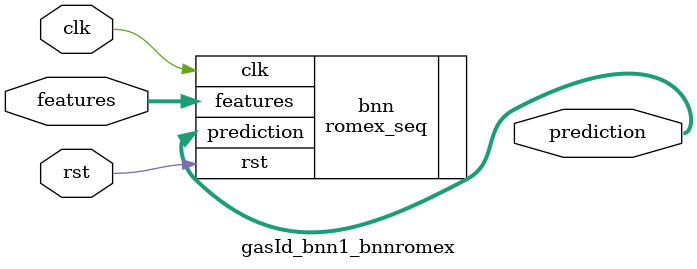
<source format=v>













module gasId_bnn1_bnnromex #(

parameter FEAT_CNT = 128,
parameter HIDDEN_CNT = 40,
parameter FEAT_BITS = 4,
parameter CLASS_CNT = 6,
parameter TEST_CNT = 1000


  ) (
  input clk,
  input rst,
  input [FEAT_CNT*FEAT_BITS-1:0] features,
  output [$clog2(CLASS_CNT)-1:0] prediction
  );

  localparam Weights0 = 5120'b01111111110011111101000001110011011111101111111111000000001000000110100000111101000110100111101000001110100011101110001000010100010110010011101011011101010111111011100011001000000111111110010001011100101111000100111110101100001100111011010111000000010000100001111111011111001110001011000001101110111111111011111111111111000111000101001111110010000010101010101011011000001111111001110100111000001100111101011110011011101010011010011100101111100010100100001011100010000100111101001011011010101000000111000100010001011001100010000100000000110000010000010000010110111111011111110100000000110000111111000011110011100101101100001101011111101001011001100010011100010111111001101011110100111110000110101011000010100111100101111010011111011011001001101010010100110000000110000010010010000000001010000101000011001100110110001101000000100110111010011010000000111100000011001010100001111010100101111111111110001000010100010101100101010000011100000110000001111100000111000110100001000000110000000111110011010001011100110100011111101001101101101001101101110110001101110100101111110001001111111111111101001100111111101100001010110110101111000010111001100111110101111110100000101000011100011100000111010000100100010001100000001000000110001000000110000101011010010111101111101011111001000001100010011000001110000000011111010111010010000001100001101111110101111100011111001100111110111101001100001100011011000110011101110111110110000100100001000000010110001011000010001000011100000011110100011000011000000000010011111000111000011110010101110110111001001010011111110111110000100001011000100110110000111100011111101111110111111100111110001000101010101011111011110010101111111111011111100111000111110000111100100111001101100000100000001011111111111111010100110010101110110001101110000110001011010010001100110111110110000101100000111010100010101001110001000000001010111011001111110111100100001001010110000101100110100001010000101011110011111100111110000111111111001000011000110110001101111011111011100000010111100000011010011010001100101100101010101111111010000000111110000111011010111110011101100110000010100101101001101111111101110111011111110100011100110111001111100100001000000101110011100011011011010010000101000110101010101010111111000001101011111010111011100000010111101001101010110111100100001011110101011110011001001000100000001001100010011001101111000101101000010001000010001000101010100110001011111101111011011100001111011001100000100011000001001110100101101001011110001111100111111011101010111000100000000000111110111111101100100101001001100111101000111100100000101100101100101011011111011100000001110011001011011110111110010001000000000011100110100100111011011110000111111110100111101100010010001000000011000001100110001011001100000111101110011011000000111000100001001111001011111101111101010000101110110101100010100011011100110001010000000001101111111011111101000001000000101010101110001000010111001000011000011111110101001101010100010101001000000000011100000011000001000000100010001110011101110101000010000001000000001000010110001011000110110101001010111011001111111110100111010000000001111000001100010101000000111001010010010110100111011111111001010010100111100000100011011101110000001000000101111111011111110101000010010001001101000011011000010100100000101111111101111111100011010101110000110001011101100100011110000111111101101011010010000000000100101011001100111101100000111000001100101111001110101000101010001001000100010101111011000000010000101011000010100110100111010101111100000000000010000101010010111111100010001000101111101111001100111100110100010000101011101001100100110000100000101000010011000101000011111000101001111110000001100001000010001010011010110001011101010010110111100011110000011011100000110001000001011101100111101000001110000001010111110101110110000100111111110000010010000101110000101100100100111010001110011111010000010101011111011111010001110111011111010011110101110110010111001100000111110110101100101010000001111101001111000111110011001100010011110100000010101101000011100000111010111111001111000000000010000001111101110010011101000011110010010011101101111110010000110000001000001111100110001000011100000110001101001101111010000010100000110000110100011100110110011100111100110110000111010111111001110011111100011011010001100011011100110000100000110101111111111111011001001001011101010010101010100000010010101000101010001101001111011000011010010110000111001000010100111100100111000100000011010011100011010001000011000101110111011101010111011101010111011000010001100101011011111111010001110100011000111000001011111111111111000111100011001011111100010011010011000011110100110111110011111110000110001111111111110100010111011001110101111110100001111100001011001010011011110110111001110100111111101011110110001110000000110010110110110110100000111000001010011000001111001000011000010111000101000011111110001011100000000011110001111101010111110000011011100011111000010111111001111100001110011110110000000001000000010011010111101110011010101010000111111111111111000000000010011011010101101000001111111110011011111000010110000111011111000111110000011001101011000011111001111001010001111000000101111100111011 ;
  localparam Weights1 = 240'b001101100010110011101111111110000101100100111011101110001100100011010110111110010011010000101000111011101111100011011101110101110110000001111111010010111010101110110110000010000111110101011111100011100111010010101100110110001100101001011011 ;

  romex_seq #(.FEAT_CNT(FEAT_CNT),.FEAT_BITS(FEAT_BITS),.HIDDEN_CNT(HIDDEN_CNT),.CLASS_CNT(CLASS_CNT),.Weights0(Weights0),.Weights1(Weights1)) bnn (
    .clk(clk),
    .rst(rst),
    .features(features),
    .prediction(prediction)
  );

endmodule

</source>
